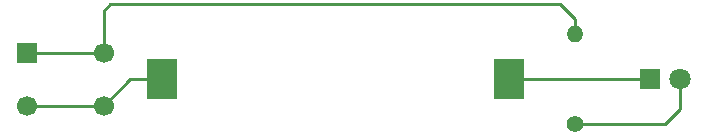
<source format=gtl>
%TF.GenerationSoftware,KiCad,Pcbnew,(6.0.7)*%
%TF.CreationDate,2022-10-02T01:07:21-07:00*%
%TF.ProjectId,KiCad_Testing,4b694361-645f-4546-9573-74696e672e6b,rev?*%
%TF.SameCoordinates,Original*%
%TF.FileFunction,Copper,L1,Top*%
%TF.FilePolarity,Positive*%
%FSLAX46Y46*%
G04 Gerber Fmt 4.6, Leading zero omitted, Abs format (unit mm)*
G04 Created by KiCad (PCBNEW (6.0.7)) date 2022-10-02 01:07:21*
%MOMM*%
%LPD*%
G01*
G04 APERTURE LIST*
%TA.AperFunction,ComponentPad*%
%ADD10C,1.700000*%
%TD*%
%TA.AperFunction,ComponentPad*%
%ADD11R,1.700000X1.700000*%
%TD*%
%TA.AperFunction,ComponentPad*%
%ADD12C,1.400000*%
%TD*%
%TA.AperFunction,ComponentPad*%
%ADD13O,1.400000X1.400000*%
%TD*%
%TA.AperFunction,ComponentPad*%
%ADD14R,1.800000X1.800000*%
%TD*%
%TA.AperFunction,ComponentPad*%
%ADD15C,1.800000*%
%TD*%
%TA.AperFunction,SMDPad,CuDef*%
%ADD16R,2.540000X3.510000*%
%TD*%
%TA.AperFunction,Conductor*%
%ADD17C,0.250000*%
%TD*%
G04 APERTURE END LIST*
D10*
%TO.P,SW1,1,A*%
%TO.N,Net-(R1-Pad2)*%
X134060000Y-72680000D03*
D11*
X127560000Y-72680000D03*
D10*
%TO.P,SW1,2,B*%
%TO.N,Net-(BT1-Pad1)*%
X134060000Y-77180000D03*
X127560000Y-77180000D03*
%TD*%
D12*
%TO.P,R1,1*%
%TO.N,Net-(D1-Pad2)*%
X173990000Y-78740000D03*
D13*
%TO.P,R1,2*%
%TO.N,Net-(R1-Pad2)*%
X173990000Y-71120000D03*
%TD*%
D14*
%TO.P,D1,1,K*%
%TO.N,Net-(BT1-Pad2)*%
X180340000Y-74930000D03*
D15*
%TO.P,D1,2,A*%
%TO.N,Net-(D1-Pad2)*%
X182880000Y-74930000D03*
%TD*%
D16*
%TO.P,BT1,1,+*%
%TO.N,Net-(BT1-Pad1)*%
X138990000Y-74930000D03*
%TO.P,BT1,2,-*%
%TO.N,Net-(BT1-Pad2)*%
X168350000Y-74930000D03*
%TD*%
D17*
%TO.N,Net-(BT1-Pad1)*%
X134060000Y-77180000D02*
X127560000Y-77180000D01*
%TO.N,Net-(R1-Pad2)*%
X134060000Y-72680000D02*
X127560000Y-72680000D01*
X173990000Y-69850000D02*
X173990000Y-71120000D01*
X172720000Y-68580000D02*
X173990000Y-69850000D01*
X134620000Y-68580000D02*
X172720000Y-68580000D01*
X134060000Y-69140000D02*
X134620000Y-68580000D01*
X134060000Y-72680000D02*
X134060000Y-69140000D01*
%TO.N,Net-(BT1-Pad2)*%
X168350000Y-74930000D02*
X180340000Y-74930000D01*
%TO.N,Net-(D1-Pad2)*%
X181610000Y-78740000D02*
X182880000Y-77470000D01*
X173990000Y-78740000D02*
X181610000Y-78740000D01*
X182880000Y-77470000D02*
X182880000Y-74930000D01*
%TO.N,Net-(BT1-Pad1)*%
X136310000Y-74930000D02*
X134060000Y-77180000D01*
X138990000Y-74930000D02*
X136310000Y-74930000D01*
%TD*%
M02*

</source>
